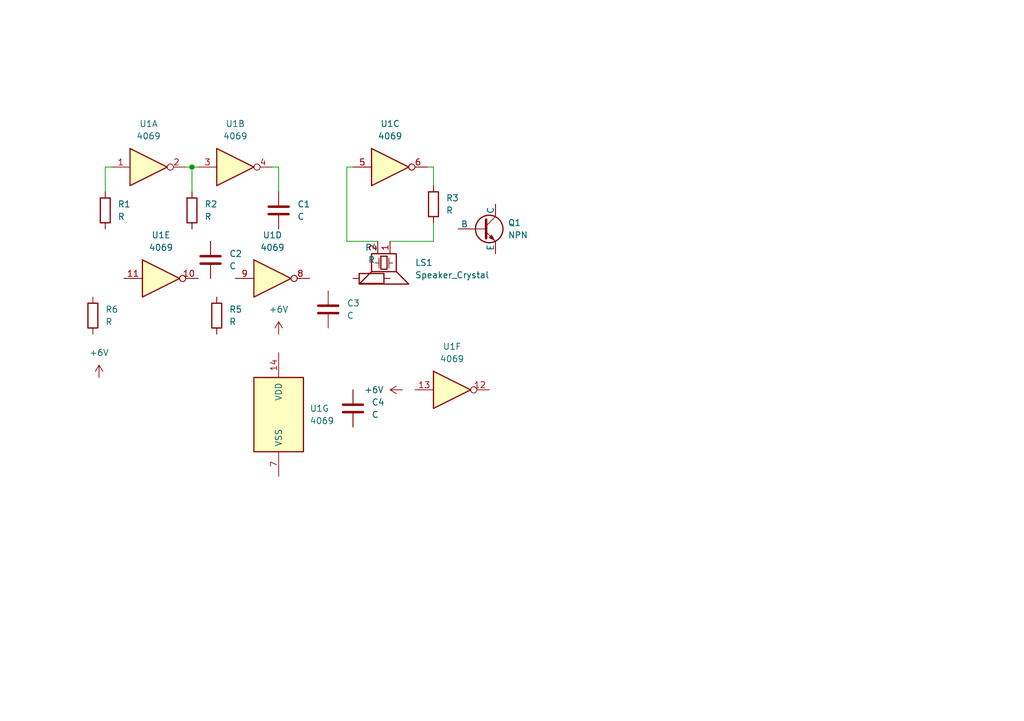
<source format=kicad_sch>
(kicad_sch (version 20230121) (generator eeschema)
  (paper "A5")
  (title_block (title "CD4069 Siren") (date "2023-09-13") (rev "0") (company "N/A") (comment 1 "N/A"))
  (lib_symbols
    (symbol "4xxx:4069" (pin_names (offset 1.016))
      (property "Reference" "U" (at 0 1.27 0))
      (property "Value" "4069" (at 0 -1.27 0))
      (symbol "4069_1_0"
        (polyline (pts (xy -3.81 3.81) (xy -3.81 -3.81) (xy 3.81 0) (xy -3.81 3.81)) (stroke (width 0.254)) (fill (type background)))
        (pin input line (at -7.62 0 0) (length 3.81) (name "~") (number "1"))
        (pin output inverted (at 7.62 0 180) (length 3.81) (name "~") (number "2"))
      )
      (symbol "4069_2_0"
        (polyline (pts (xy -3.81 3.81) (xy -3.81 -3.81) (xy 3.81 0) (xy -3.81 3.81)) (stroke (width 0.254)) (fill (type background)))
        (pin input line (at -7.62 0 0) (length 3.81) (name "~") (number "3"))
        (pin output inverted (at 7.62 0 180) (length 3.81) (name "~") (number "4"))
      )
      (symbol "4069_3_0"
        (polyline (pts (xy -3.81 3.81) (xy -3.81 -3.81) (xy 3.81 0) (xy -3.81 3.81)) (stroke (width 0.254)) (fill (type background)))
        (pin input line (at -7.62 0 0) (length 3.81) (name "~") (number "5"))
        (pin output inverted (at 7.62 0 180) (length 3.81) (name "~") (number "6"))
      )
      (symbol "4069_4_0"
        (polyline (pts (xy -3.81 3.81) (xy -3.81 -3.81) (xy 3.81 0) (xy -3.81 3.81)) (stroke (width 0.254)) (fill (type background)))
        (pin output inverted (at 7.62 0 180) (length 3.81) (name "~") (number "8"))
        (pin input line (at -7.62 0 0) (length 3.81) (name "~") (number "9"))
      )
      (symbol "4069_5_0"
        (polyline (pts (xy -3.81 3.81) (xy -3.81 -3.81) (xy 3.81 0) (xy -3.81 3.81)) (stroke (width 0.254)) (fill (type background)))
        (pin output inverted (at 7.62 0 180) (length 3.81) (name "~") (number "10"))
        (pin input line (at -7.62 0 0) (length 3.81) (name "~") (number "11"))
      )
      (symbol "4069_6_0"
        (polyline (pts (xy -3.81 3.81) (xy -3.81 -3.81) (xy 3.81 0) (xy -3.81 3.81)) (stroke (width 0.254)) (fill (type background)))
        (pin output inverted (at 7.62 0 180) (length 3.81) (name "~") (number "12"))
        (pin input line (at -7.62 0 0) (length 3.81) (name "~") (number "13"))
      )
      (symbol "4069_7_0"
        (pin power_in line (at 0 12.7 270) (length 5.08) (name "VDD") (number "14"))
        (pin power_in line (at 0 -12.7 90) (length 5.08) (name "VSS") (number "7"))
      )
      (symbol "4069_7_1"
        (rectangle (start -5.08 7.62) (end 5.08 -7.62) (stroke (width 0.254)) (fill (type background)))
      )
    )
    (symbol "Device:C" (pin_numbers hide) (pin_names (offset 0.254))
      (property "Reference" "C" (at 0.635 2.54 0))
      (property "Value" "C" (at 0.635 -2.54 0))
      (symbol "C_0_1"
        (polyline (pts (xy -2.032 -0.762) (xy 2.032 -0.762)) (stroke (width 0.508)))
        (polyline (pts (xy -2.032 0.762) (xy 2.032 0.762)) (stroke (width 0.508)))
      )
      (symbol "C_1_1"
        (pin passive line (at 0 3.81 270) (length 2.794) (name "~") (number "1"))
        (pin passive line (at 0 -3.81 90) (length 2.794) (name "~") (number "2"))
      )
    )
    (symbol "Device:R" (pin_numbers hide) (pin_names (offset 0))
      (property "Reference" "R" (at 2.032 0 90))
      (property "Value" "R" (at 0 0 90))
      (symbol "R_0_1"
        (rectangle (start -1.016 -2.54) (end 1.016 2.54) (stroke (width 0.254)))
      )
      (symbol "R_1_1"
        (pin passive line (at 0 3.81 270) (length 1.27) (name "~") (number "1"))
        (pin passive line (at 0 -3.81 90) (length 1.27) (name "~") (number "2"))
      )
    )
    (symbol "Device:Speaker_Crystal" (pin_names (offset 0) hide)
      (property "Reference" "LS" (at 0.635 5.715 0))
      (property "Value" "Speaker_Crystal" (at 0.635 3.81 0))
      (symbol "Speaker_Crystal_0_0"
        (rectangle (start -2.54 1.27) (end 1.143 -3.81) (stroke (width 0.254)))
        (rectangle (start -2.032 -0.635) (end 0.635 -1.905) (stroke (width 0.254)))
        (polyline (pts (xy -1.651 -2.286) (xy 0.381 -2.286)))
        (polyline (pts (xy -1.651 -0.254) (xy 0.381 -0.254)))
        (polyline (pts (xy -0.635 -2.286) (xy -0.635 -3.048)))
        (polyline (pts (xy -0.635 -0.254) (xy -0.635 0.508)))
        (polyline (pts (xy 1.143 1.27) (xy 3.683 3.81) (xy 3.683 -6.35) (xy 1.143 -3.81)) (stroke (width 0.254)))
      )
      (symbol "Speaker_Crystal_1_1"
        (pin input line (at -5.08 0 0) (length 2.54) (name "1") (number "1"))
        (pin input line (at -5.08 -2.54 0) (length 2.54) (name "2") (number "2"))
      )
    )
    (symbol "Simulation_SPICE:NPN" (pin_numbers hide) (pin_names (offset 0))
      (property "Reference" "Q" (at -2.54 7.62 0))
      (property "Value" "NPN" (at -2.54 5.08 0))
      (symbol "NPN_0_1"
        (polyline (pts (xy -2.54 0) (xy 0.635 0)) (stroke (width 0.1524)))
        (polyline (pts (xy 0.635 0.635) (xy 2.54 2.54)))
        (polyline (pts (xy 2.794 -1.27) (xy 2.794 -1.27)) (stroke (width 0.1524)))
        (polyline (pts (xy 2.794 -1.27) (xy 2.794 -1.27)) (stroke (width 0.1524)))
        (polyline (pts (xy 0.635 -0.635) (xy 2.54 -2.54) (xy 2.54 -2.54)))
        (polyline (pts (xy 0.635 1.905) (xy 0.635 -1.905) (xy 0.635 -1.905)) (stroke (width 0.508)))
        (polyline (pts (xy 1.27 -1.778) (xy 1.778 -1.27) (xy 2.286 -2.286) (xy 1.27 -1.778) (xy 1.27 -1.778)) (fill (type outline)))
        (circle (center 1.27 0) (radius 2.8194) (stroke (width 0.254)))
      )
      (symbol "NPN_1_1"
        (pin open_collector line (at 2.54 5.08 270) (length 2.54) (name "C") (number "1"))
        (pin input line (at -5.08 0 0) (length 2.54) (name "B") (number "2"))
        (pin open_emitter line (at 2.54 -5.08 90) (length 2.54) (name "E") (number "3"))
      )
    )
    (symbol "power:+6V" (power) (pin_names (offset 0))
      (property "Value" "+6V" (at 0 3.556 0))
      (symbol "+6V_0_1"
        (polyline (pts (xy -0.762 1.27) (xy 0 2.54)))
        (polyline (pts (xy 0 0) (xy 0 2.54)))
        (polyline (pts (xy 0 2.54) (xy 0.762 1.27)))
      )
      (symbol "+6V_1_1"
        (pin power_in line (at 0 0 90) (length 0) hide (name "+6V") (number "1"))
      )
    )
  )
  (junction (at 39.37 34.29))
  (wire (pts (xy 71.12 34.29) (xy 72.39 34.29)))
  (wire (pts (xy 57.15 34.29) (xy 57.15 39.37)))
  (wire (pts (xy 55.88 34.29) (xy 57.15 34.29)))
  (wire (pts (xy 71.12 49.53) (xy 71.12 34.29)))
  (wire (pts (xy 39.37 34.29) (xy 40.64 34.29)))
  (wire (pts (xy 22.86 34.29) (xy 21.59 34.29)))
  (wire (pts (xy 39.37 34.29) (xy 39.37 39.37)))
  (wire (pts (xy 38.1 34.29) (xy 39.37 34.29)))
  (wire (pts (xy 88.9 49.53) (xy 80.01 49.53)))
  (wire (pts (xy 88.9 34.29) (xy 88.9 38.1)))
  (wire (pts (xy 77.47 49.53) (xy 71.12 49.53)))
  (wire (pts (xy 88.9 45.72) (xy 88.9 49.53)))
  (wire (pts (xy 21.59 34.29) (xy 21.59 39.37)))
  (wire (pts (xy 87.63 34.29) (xy 88.9 34.29)))
  (symbol (lib_id "Device:C") (at 72.39 83.82 0) (unit 1)
    (property "Reference" "C4" (at 76.2 82.55 0) (effects (justify left)))
    (property "Value" "C" (at 76.2 85.09 0) (effects (justify left)))
  )
  (symbol (lib_id "4xxx:4069") (at 80.01 34.29 0) (unit 3)
    (property "Reference" "U1" (at 80.01 25.4 0))
    (property "Value" "4069" (at 80.01 27.94 0))
    (property "Datasheet" "http://www.intersil.com/content/dam/Intersil/documents/cd40/cd4069ubms.pdf" (effects hide))
  )
  (symbol (lib_id "Device:C") (at 57.15 43.18 0) (unit 1)
    (property "Reference" "C1" (at 60.96 41.91 0) (effects (justify left)))
    (property "Value" "C" (at 60.96 44.45 0) (effects (justify left)))
  )
  (symbol (lib_id "Device:R") (at 21.59 43.18 0) (unit 1)
    (property "Reference" "R1" (at 24.13 41.91 0) (effects (justify left)))
    (property "Value" "R" (at 24.13 44.45 0) (effects (justify left)))
  )
  (symbol (lib_id "4xxx:4069") (at 30.48 34.29 0) (unit 1)
    (property "Reference" "U1" (at 30.48 25.4 0))
    (property "Value" "4069" (at 30.48 27.94 0))
    (property "Datasheet" "http://www.intersil.com/content/dam/Intersil/documents/cd40/cd4069ubms.pdf" (effects hide))
  )
  (symbol (lib_id "Simulation_SPICE:NPN") (at 99.06 46.99 0) (unit 1)
    (property "Reference" "Q1" (at 104.14 45.72 0) (effects (justify left)))
    (property "Value" "NPN" (at 104.14 48.26 0) (effects (justify left)))
    (property "Sim.Device" "NPN" (effects hide))
    (property "Sim.Type" "GUMMELPOON" (effects hide))
    (property "Sim.Pins" "1=C 2=B 3=E" (effects hide))
  )
  (symbol (lib_id "Device:C") (at 43.18 53.34 0) (unit 1)
    (property "Reference" "C2" (at 46.99 52.07 0) (effects (justify left)))
    (property "Value" "C" (at 46.99 54.61 0) (effects (justify left)))
  )
  (symbol (lib_id "power:+6V") (at 82.55 80.01 90) (unit 1)
    (property "Reference" "#PWR03" (effects hide))
    (property "Value" "+6V" (at 78.74 80.01 90) (effects (justify left)))
  )
  (symbol (lib_id "Device:R") (at 88.9 41.91 0) (unit 1)
    (property "Reference" "R3" (at 91.44 40.64 0) (effects (justify left)))
    (property "Value" "R" (at 91.44 43.18 0) (effects (justify left)))
  )
  (symbol (lib_id "4xxx:4069") (at 55.88 57.15 0) (unit 4)
    (property "Reference" "U1" (at 55.88 48.26 0))
    (property "Value" "4069" (at 55.88 50.8 0))
    (property "Datasheet" "http://www.intersil.com/content/dam/Intersil/documents/cd40/cd4069ubms.pdf" (effects hide))
  )
  (symbol (lib_id "power:+6V") (at 57.15 68.58 0) (unit 1)
    (property "Reference" "#PWR02" (effects hide))
    (property "Value" "+6V" (at 57.15 63.5 0))
  )
  (symbol (lib_id "Device:R") (at 19.05 64.77 0) (unit 1)
    (property "Reference" "R6" (at 21.59 63.5 0) (effects (justify left)))
    (property "Value" "R" (at 21.59 66.04 0) (effects (justify left)))
  )
  (symbol (lib_id "Device:Speaker_Crystal") (at 80.01 54.61 270) (unit 1)
    (property "Reference" "LS1" (at 85.09 53.9115 90) (effects (justify left)))
    (property "Value" "Speaker_Crystal" (at 85.09 56.4515 90) (effects (justify left)))
  )
  (symbol (lib_id "4xxx:4069") (at 57.15 85.09 0) (unit 7)
    (property "Reference" "U1" (at 63.5 83.82 0) (effects (justify left)))
    (property "Value" "4069" (at 63.5 86.36 0) (effects (justify left)))
    (property "Datasheet" "http://www.intersil.com/content/dam/Intersil/documents/cd40/cd4069ubms.pdf" (effects hide))
  )
  (symbol (lib_id "power:+6V") (at 20.32 77.47 0) (unit 1)
    (property "Reference" "#PWR01" (effects hide))
    (property "Value" "+6V" (at 20.32 72.39 0))
  )
  (symbol (lib_id "4xxx:4069") (at 48.26 34.29 0) (unit 2)
    (property "Reference" "U1" (at 48.26 25.4 0))
    (property "Value" "4069" (at 48.26 27.94 0))
    (property "Datasheet" "http://www.intersil.com/content/dam/Intersil/documents/cd40/cd4069ubms.pdf" (effects hide))
  )
  (symbol (lib_id "Device:R") (at 44.45 64.77 0) (unit 1)
    (property "Reference" "R5" (at 46.99 63.5 0) (effects (justify left)))
    (property "Value" "R" (at 46.99 66.04 0) (effects (justify left)))
  )
  (symbol (lib_id "Device:R") (at 76.2 57.15 90) (unit 1)
    (property "Reference" "R4" (at 76.2 50.8 90))
    (property "Value" "R" (at 76.2 53.34 90))
  )
  (symbol (lib_id "Device:C") (at 67.31 63.5 0) (unit 1)
    (property "Reference" "C3" (at 71.12 62.23 0) (effects (justify left)))
    (property "Value" "C" (at 71.12 64.77 0) (effects (justify left)))
  )
  (symbol (lib_id "Device:R") (at 39.37 43.18 0) (unit 1)
    (property "Reference" "R2" (at 41.91 41.91 0) (effects (justify left)))
    (property "Value" "R" (at 41.91 44.45 0) (effects (justify left)))
  )
  (symbol (lib_id "4xxx:4069") (at 33.02 57.15 0) (unit 5)
    (property "Reference" "U1" (at 33.02 48.26 0))
    (property "Value" "4069" (at 33.02 50.8 0))
    (property "Datasheet" "http://www.intersil.com/content/dam/Intersil/documents/cd40/cd4069ubms.pdf" (effects hide))
  )
  (symbol (lib_id "4xxx:4069") (at 92.71 80.01 0) (unit 6)
    (property "Reference" "U1" (at 92.71 71.12 0))
    (property "Value" "4069" (at 92.71 73.66 0))
    (property "Datasheet" "http://www.intersil.com/content/dam/Intersil/documents/cd40/cd4069ubms.pdf" (effects hide))
  )
)
</source>
